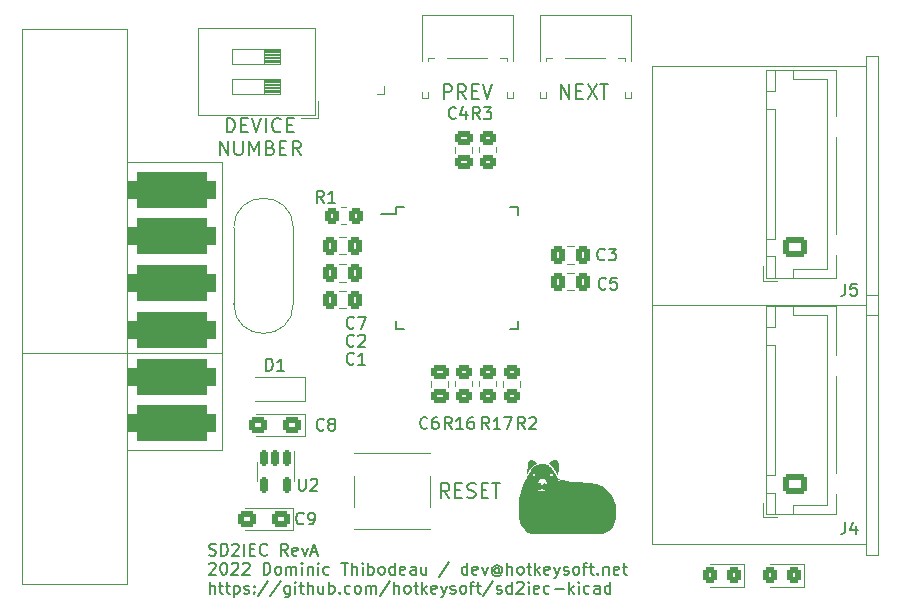
<source format=gto>
%TF.GenerationSoftware,KiCad,Pcbnew,(6.0.7)*%
%TF.CreationDate,2022-09-18T21:03:07-04:00*%
%TF.ProjectId,SD2IEC,53443249-4543-42e6-9b69-6361645f7063,A*%
%TF.SameCoordinates,Original*%
%TF.FileFunction,Legend,Top*%
%TF.FilePolarity,Positive*%
%FSLAX46Y46*%
G04 Gerber Fmt 4.6, Leading zero omitted, Abs format (unit mm)*
G04 Created by KiCad (PCBNEW (6.0.7)) date 2022-09-18 21:03:07*
%MOMM*%
%LPD*%
G01*
G04 APERTURE LIST*
G04 Aperture macros list*
%AMRoundRect*
0 Rectangle with rounded corners*
0 $1 Rounding radius*
0 $2 $3 $4 $5 $6 $7 $8 $9 X,Y pos of 4 corners*
0 Add a 4 corners polygon primitive as box body*
4,1,4,$2,$3,$4,$5,$6,$7,$8,$9,$2,$3,0*
0 Add four circle primitives for the rounded corners*
1,1,$1+$1,$2,$3*
1,1,$1+$1,$4,$5*
1,1,$1+$1,$6,$7*
1,1,$1+$1,$8,$9*
0 Add four rect primitives between the rounded corners*
20,1,$1+$1,$2,$3,$4,$5,0*
20,1,$1+$1,$4,$5,$6,$7,0*
20,1,$1+$1,$6,$7,$8,$9,0*
20,1,$1+$1,$8,$9,$2,$3,0*%
G04 Aperture macros list end*
%ADD10C,0.150000*%
%ADD11C,0.120000*%
%ADD12C,3.800000*%
%ADD13C,0.990600*%
%ADD14C,0.787400*%
%ADD15RoundRect,0.250000X0.337500X0.475000X-0.337500X0.475000X-0.337500X-0.475000X0.337500X-0.475000X0*%
%ADD16R,1.500000X0.550000*%
%ADD17R,0.550000X1.500000*%
%ADD18C,1.500000*%
%ADD19RoundRect,0.250000X-0.475000X0.337500X-0.475000X-0.337500X0.475000X-0.337500X0.475000X0.337500X0*%
%ADD20RoundRect,0.250000X0.475000X-0.337500X0.475000X0.337500X-0.475000X0.337500X-0.475000X-0.337500X0*%
%ADD21RoundRect,0.250000X-0.337500X-0.475000X0.337500X-0.475000X0.337500X0.475000X-0.337500X0.475000X0*%
%ADD22RoundRect,0.250000X0.350000X0.450000X-0.350000X0.450000X-0.350000X-0.450000X0.350000X-0.450000X0*%
%ADD23R,1.300000X1.700000*%
%ADD24RoundRect,0.150000X-0.150000X0.512500X-0.150000X-0.512500X0.150000X-0.512500X0.150000X0.512500X0*%
%ADD25RoundRect,0.250000X0.537500X0.425000X-0.537500X0.425000X-0.537500X-0.425000X0.537500X-0.425000X0*%
%ADD26R,1.600000X1.600000*%
%ADD27O,1.600000X1.600000*%
%ADD28C,2.600000*%
%ADD29RoundRect,0.250000X0.450000X-0.350000X0.450000X0.350000X-0.450000X0.350000X-0.450000X-0.350000X0*%
%ADD30C,2.100000*%
%ADD31C,1.750000*%
%ADD32R,1.550000X1.300000*%
%ADD33RoundRect,0.250000X0.325000X0.450000X-0.325000X0.450000X-0.325000X-0.450000X0.325000X-0.450000X0*%
%ADD34RoundRect,0.750000X-3.000000X0.750000X-3.000000X-0.750000X3.000000X-0.750000X3.000000X0.750000X0*%
%ADD35RoundRect,0.250000X0.725000X-0.600000X0.725000X0.600000X-0.725000X0.600000X-0.725000X-0.600000X0*%
%ADD36O,1.950000X1.700000*%
G04 APERTURE END LIST*
D10*
X91219976Y-124698761D02*
X91362833Y-124746380D01*
X91600928Y-124746380D01*
X91696166Y-124698761D01*
X91743785Y-124651142D01*
X91791404Y-124555904D01*
X91791404Y-124460666D01*
X91743785Y-124365428D01*
X91696166Y-124317809D01*
X91600928Y-124270190D01*
X91410452Y-124222571D01*
X91315214Y-124174952D01*
X91267595Y-124127333D01*
X91219976Y-124032095D01*
X91219976Y-123936857D01*
X91267595Y-123841619D01*
X91315214Y-123794000D01*
X91410452Y-123746380D01*
X91648547Y-123746380D01*
X91791404Y-123794000D01*
X92219976Y-124746380D02*
X92219976Y-123746380D01*
X92458071Y-123746380D01*
X92600928Y-123794000D01*
X92696166Y-123889238D01*
X92743785Y-123984476D01*
X92791404Y-124174952D01*
X92791404Y-124317809D01*
X92743785Y-124508285D01*
X92696166Y-124603523D01*
X92600928Y-124698761D01*
X92458071Y-124746380D01*
X92219976Y-124746380D01*
X93172357Y-123841619D02*
X93219976Y-123794000D01*
X93315214Y-123746380D01*
X93553309Y-123746380D01*
X93648547Y-123794000D01*
X93696166Y-123841619D01*
X93743785Y-123936857D01*
X93743785Y-124032095D01*
X93696166Y-124174952D01*
X93124738Y-124746380D01*
X93743785Y-124746380D01*
X94172357Y-124746380D02*
X94172357Y-123746380D01*
X94648547Y-124222571D02*
X94981880Y-124222571D01*
X95124738Y-124746380D02*
X94648547Y-124746380D01*
X94648547Y-123746380D01*
X95124738Y-123746380D01*
X96124738Y-124651142D02*
X96077119Y-124698761D01*
X95934261Y-124746380D01*
X95839023Y-124746380D01*
X95696166Y-124698761D01*
X95600928Y-124603523D01*
X95553309Y-124508285D01*
X95505690Y-124317809D01*
X95505690Y-124174952D01*
X95553309Y-123984476D01*
X95600928Y-123889238D01*
X95696166Y-123794000D01*
X95839023Y-123746380D01*
X95934261Y-123746380D01*
X96077119Y-123794000D01*
X96124738Y-123841619D01*
X97886642Y-124746380D02*
X97553309Y-124270190D01*
X97315214Y-124746380D02*
X97315214Y-123746380D01*
X97696166Y-123746380D01*
X97791404Y-123794000D01*
X97839023Y-123841619D01*
X97886642Y-123936857D01*
X97886642Y-124079714D01*
X97839023Y-124174952D01*
X97791404Y-124222571D01*
X97696166Y-124270190D01*
X97315214Y-124270190D01*
X98696166Y-124698761D02*
X98600928Y-124746380D01*
X98410452Y-124746380D01*
X98315214Y-124698761D01*
X98267595Y-124603523D01*
X98267595Y-124222571D01*
X98315214Y-124127333D01*
X98410452Y-124079714D01*
X98600928Y-124079714D01*
X98696166Y-124127333D01*
X98743785Y-124222571D01*
X98743785Y-124317809D01*
X98267595Y-124413047D01*
X99077119Y-124079714D02*
X99315214Y-124746380D01*
X99553309Y-124079714D01*
X99886642Y-124460666D02*
X100362833Y-124460666D01*
X99791404Y-124746380D02*
X100124738Y-123746380D01*
X100458071Y-124746380D01*
X91219976Y-125451619D02*
X91267595Y-125404000D01*
X91362833Y-125356380D01*
X91600928Y-125356380D01*
X91696166Y-125404000D01*
X91743785Y-125451619D01*
X91791404Y-125546857D01*
X91791404Y-125642095D01*
X91743785Y-125784952D01*
X91172357Y-126356380D01*
X91791404Y-126356380D01*
X92410452Y-125356380D02*
X92505690Y-125356380D01*
X92600928Y-125404000D01*
X92648547Y-125451619D01*
X92696166Y-125546857D01*
X92743785Y-125737333D01*
X92743785Y-125975428D01*
X92696166Y-126165904D01*
X92648547Y-126261142D01*
X92600928Y-126308761D01*
X92505690Y-126356380D01*
X92410452Y-126356380D01*
X92315214Y-126308761D01*
X92267595Y-126261142D01*
X92219976Y-126165904D01*
X92172357Y-125975428D01*
X92172357Y-125737333D01*
X92219976Y-125546857D01*
X92267595Y-125451619D01*
X92315214Y-125404000D01*
X92410452Y-125356380D01*
X93124738Y-125451619D02*
X93172357Y-125404000D01*
X93267595Y-125356380D01*
X93505690Y-125356380D01*
X93600928Y-125404000D01*
X93648547Y-125451619D01*
X93696166Y-125546857D01*
X93696166Y-125642095D01*
X93648547Y-125784952D01*
X93077119Y-126356380D01*
X93696166Y-126356380D01*
X94077119Y-125451619D02*
X94124738Y-125404000D01*
X94219976Y-125356380D01*
X94458071Y-125356380D01*
X94553309Y-125404000D01*
X94600928Y-125451619D01*
X94648547Y-125546857D01*
X94648547Y-125642095D01*
X94600928Y-125784952D01*
X94029500Y-126356380D01*
X94648547Y-126356380D01*
X95839023Y-126356380D02*
X95839023Y-125356380D01*
X96077119Y-125356380D01*
X96219976Y-125404000D01*
X96315214Y-125499238D01*
X96362833Y-125594476D01*
X96410452Y-125784952D01*
X96410452Y-125927809D01*
X96362833Y-126118285D01*
X96315214Y-126213523D01*
X96219976Y-126308761D01*
X96077119Y-126356380D01*
X95839023Y-126356380D01*
X96981880Y-126356380D02*
X96886642Y-126308761D01*
X96839023Y-126261142D01*
X96791404Y-126165904D01*
X96791404Y-125880190D01*
X96839023Y-125784952D01*
X96886642Y-125737333D01*
X96981880Y-125689714D01*
X97124738Y-125689714D01*
X97219976Y-125737333D01*
X97267595Y-125784952D01*
X97315214Y-125880190D01*
X97315214Y-126165904D01*
X97267595Y-126261142D01*
X97219976Y-126308761D01*
X97124738Y-126356380D01*
X96981880Y-126356380D01*
X97743785Y-126356380D02*
X97743785Y-125689714D01*
X97743785Y-125784952D02*
X97791404Y-125737333D01*
X97886642Y-125689714D01*
X98029500Y-125689714D01*
X98124738Y-125737333D01*
X98172357Y-125832571D01*
X98172357Y-126356380D01*
X98172357Y-125832571D02*
X98219976Y-125737333D01*
X98315214Y-125689714D01*
X98458071Y-125689714D01*
X98553309Y-125737333D01*
X98600928Y-125832571D01*
X98600928Y-126356380D01*
X99077119Y-126356380D02*
X99077119Y-125689714D01*
X99077119Y-125356380D02*
X99029500Y-125404000D01*
X99077119Y-125451619D01*
X99124738Y-125404000D01*
X99077119Y-125356380D01*
X99077119Y-125451619D01*
X99553309Y-125689714D02*
X99553309Y-126356380D01*
X99553309Y-125784952D02*
X99600928Y-125737333D01*
X99696166Y-125689714D01*
X99839023Y-125689714D01*
X99934261Y-125737333D01*
X99981880Y-125832571D01*
X99981880Y-126356380D01*
X100458071Y-126356380D02*
X100458071Y-125689714D01*
X100458071Y-125356380D02*
X100410452Y-125404000D01*
X100458071Y-125451619D01*
X100505690Y-125404000D01*
X100458071Y-125356380D01*
X100458071Y-125451619D01*
X101362833Y-126308761D02*
X101267595Y-126356380D01*
X101077119Y-126356380D01*
X100981880Y-126308761D01*
X100934261Y-126261142D01*
X100886642Y-126165904D01*
X100886642Y-125880190D01*
X100934261Y-125784952D01*
X100981880Y-125737333D01*
X101077119Y-125689714D01*
X101267595Y-125689714D01*
X101362833Y-125737333D01*
X102410452Y-125356380D02*
X102981880Y-125356380D01*
X102696166Y-126356380D02*
X102696166Y-125356380D01*
X103315214Y-126356380D02*
X103315214Y-125356380D01*
X103743785Y-126356380D02*
X103743785Y-125832571D01*
X103696166Y-125737333D01*
X103600928Y-125689714D01*
X103458071Y-125689714D01*
X103362833Y-125737333D01*
X103315214Y-125784952D01*
X104219976Y-126356380D02*
X104219976Y-125689714D01*
X104219976Y-125356380D02*
X104172357Y-125404000D01*
X104219976Y-125451619D01*
X104267595Y-125404000D01*
X104219976Y-125356380D01*
X104219976Y-125451619D01*
X104696166Y-126356380D02*
X104696166Y-125356380D01*
X104696166Y-125737333D02*
X104791404Y-125689714D01*
X104981880Y-125689714D01*
X105077119Y-125737333D01*
X105124738Y-125784952D01*
X105172357Y-125880190D01*
X105172357Y-126165904D01*
X105124738Y-126261142D01*
X105077119Y-126308761D01*
X104981880Y-126356380D01*
X104791404Y-126356380D01*
X104696166Y-126308761D01*
X105743785Y-126356380D02*
X105648547Y-126308761D01*
X105600928Y-126261142D01*
X105553309Y-126165904D01*
X105553309Y-125880190D01*
X105600928Y-125784952D01*
X105648547Y-125737333D01*
X105743785Y-125689714D01*
X105886642Y-125689714D01*
X105981880Y-125737333D01*
X106029500Y-125784952D01*
X106077119Y-125880190D01*
X106077119Y-126165904D01*
X106029500Y-126261142D01*
X105981880Y-126308761D01*
X105886642Y-126356380D01*
X105743785Y-126356380D01*
X106934261Y-126356380D02*
X106934261Y-125356380D01*
X106934261Y-126308761D02*
X106839023Y-126356380D01*
X106648547Y-126356380D01*
X106553309Y-126308761D01*
X106505690Y-126261142D01*
X106458071Y-126165904D01*
X106458071Y-125880190D01*
X106505690Y-125784952D01*
X106553309Y-125737333D01*
X106648547Y-125689714D01*
X106839023Y-125689714D01*
X106934261Y-125737333D01*
X107791404Y-126308761D02*
X107696166Y-126356380D01*
X107505690Y-126356380D01*
X107410452Y-126308761D01*
X107362833Y-126213523D01*
X107362833Y-125832571D01*
X107410452Y-125737333D01*
X107505690Y-125689714D01*
X107696166Y-125689714D01*
X107791404Y-125737333D01*
X107839023Y-125832571D01*
X107839023Y-125927809D01*
X107362833Y-126023047D01*
X108696166Y-126356380D02*
X108696166Y-125832571D01*
X108648547Y-125737333D01*
X108553309Y-125689714D01*
X108362833Y-125689714D01*
X108267595Y-125737333D01*
X108696166Y-126308761D02*
X108600928Y-126356380D01*
X108362833Y-126356380D01*
X108267595Y-126308761D01*
X108219976Y-126213523D01*
X108219976Y-126118285D01*
X108267595Y-126023047D01*
X108362833Y-125975428D01*
X108600928Y-125975428D01*
X108696166Y-125927809D01*
X109600928Y-125689714D02*
X109600928Y-126356380D01*
X109172357Y-125689714D02*
X109172357Y-126213523D01*
X109219976Y-126308761D01*
X109315214Y-126356380D01*
X109458071Y-126356380D01*
X109553309Y-126308761D01*
X109600928Y-126261142D01*
X111553309Y-125308761D02*
X110696166Y-126594476D01*
X113077119Y-126356380D02*
X113077119Y-125356380D01*
X113077119Y-126308761D02*
X112981880Y-126356380D01*
X112791404Y-126356380D01*
X112696166Y-126308761D01*
X112648547Y-126261142D01*
X112600928Y-126165904D01*
X112600928Y-125880190D01*
X112648547Y-125784952D01*
X112696166Y-125737333D01*
X112791404Y-125689714D01*
X112981880Y-125689714D01*
X113077119Y-125737333D01*
X113934261Y-126308761D02*
X113839023Y-126356380D01*
X113648547Y-126356380D01*
X113553309Y-126308761D01*
X113505690Y-126213523D01*
X113505690Y-125832571D01*
X113553309Y-125737333D01*
X113648547Y-125689714D01*
X113839023Y-125689714D01*
X113934261Y-125737333D01*
X113981880Y-125832571D01*
X113981880Y-125927809D01*
X113505690Y-126023047D01*
X114315214Y-125689714D02*
X114553309Y-126356380D01*
X114791404Y-125689714D01*
X115791404Y-125880190D02*
X115743785Y-125832571D01*
X115648547Y-125784952D01*
X115553309Y-125784952D01*
X115458071Y-125832571D01*
X115410452Y-125880190D01*
X115362833Y-125975428D01*
X115362833Y-126070666D01*
X115410452Y-126165904D01*
X115458071Y-126213523D01*
X115553309Y-126261142D01*
X115648547Y-126261142D01*
X115743785Y-126213523D01*
X115791404Y-126165904D01*
X115791404Y-125784952D02*
X115791404Y-126165904D01*
X115839023Y-126213523D01*
X115886642Y-126213523D01*
X115981880Y-126165904D01*
X116029500Y-126070666D01*
X116029500Y-125832571D01*
X115934261Y-125689714D01*
X115791404Y-125594476D01*
X115600928Y-125546857D01*
X115410452Y-125594476D01*
X115267595Y-125689714D01*
X115172357Y-125832571D01*
X115124738Y-126023047D01*
X115172357Y-126213523D01*
X115267595Y-126356380D01*
X115410452Y-126451619D01*
X115600928Y-126499238D01*
X115791404Y-126451619D01*
X115934261Y-126356380D01*
X116458071Y-126356380D02*
X116458071Y-125356380D01*
X116886642Y-126356380D02*
X116886642Y-125832571D01*
X116839023Y-125737333D01*
X116743785Y-125689714D01*
X116600928Y-125689714D01*
X116505690Y-125737333D01*
X116458071Y-125784952D01*
X117505690Y-126356380D02*
X117410452Y-126308761D01*
X117362833Y-126261142D01*
X117315214Y-126165904D01*
X117315214Y-125880190D01*
X117362833Y-125784952D01*
X117410452Y-125737333D01*
X117505690Y-125689714D01*
X117648547Y-125689714D01*
X117743785Y-125737333D01*
X117791404Y-125784952D01*
X117839023Y-125880190D01*
X117839023Y-126165904D01*
X117791404Y-126261142D01*
X117743785Y-126308761D01*
X117648547Y-126356380D01*
X117505690Y-126356380D01*
X118124738Y-125689714D02*
X118505690Y-125689714D01*
X118267595Y-125356380D02*
X118267595Y-126213523D01*
X118315214Y-126308761D01*
X118410452Y-126356380D01*
X118505690Y-126356380D01*
X118839023Y-126356380D02*
X118839023Y-125356380D01*
X118934261Y-125975428D02*
X119219976Y-126356380D01*
X119219976Y-125689714D02*
X118839023Y-126070666D01*
X120029499Y-126308761D02*
X119934261Y-126356380D01*
X119743785Y-126356380D01*
X119648547Y-126308761D01*
X119600928Y-126213523D01*
X119600928Y-125832571D01*
X119648547Y-125737333D01*
X119743785Y-125689714D01*
X119934261Y-125689714D01*
X120029499Y-125737333D01*
X120077119Y-125832571D01*
X120077119Y-125927809D01*
X119600928Y-126023047D01*
X120410452Y-125689714D02*
X120648547Y-126356380D01*
X120886642Y-125689714D02*
X120648547Y-126356380D01*
X120553309Y-126594476D01*
X120505690Y-126642095D01*
X120410452Y-126689714D01*
X121219976Y-126308761D02*
X121315214Y-126356380D01*
X121505690Y-126356380D01*
X121600928Y-126308761D01*
X121648547Y-126213523D01*
X121648547Y-126165904D01*
X121600928Y-126070666D01*
X121505690Y-126023047D01*
X121362833Y-126023047D01*
X121267595Y-125975428D01*
X121219976Y-125880190D01*
X121219976Y-125832571D01*
X121267595Y-125737333D01*
X121362833Y-125689714D01*
X121505690Y-125689714D01*
X121600928Y-125737333D01*
X122219976Y-126356380D02*
X122124738Y-126308761D01*
X122077119Y-126261142D01*
X122029499Y-126165904D01*
X122029499Y-125880190D01*
X122077119Y-125784952D01*
X122124738Y-125737333D01*
X122219976Y-125689714D01*
X122362833Y-125689714D01*
X122458071Y-125737333D01*
X122505690Y-125784952D01*
X122553309Y-125880190D01*
X122553309Y-126165904D01*
X122505690Y-126261142D01*
X122458071Y-126308761D01*
X122362833Y-126356380D01*
X122219976Y-126356380D01*
X122839023Y-125689714D02*
X123219976Y-125689714D01*
X122981880Y-126356380D02*
X122981880Y-125499238D01*
X123029499Y-125404000D01*
X123124738Y-125356380D01*
X123219976Y-125356380D01*
X123410452Y-125689714D02*
X123791404Y-125689714D01*
X123553309Y-125356380D02*
X123553309Y-126213523D01*
X123600928Y-126308761D01*
X123696166Y-126356380D01*
X123791404Y-126356380D01*
X124124738Y-126261142D02*
X124172357Y-126308761D01*
X124124738Y-126356380D01*
X124077119Y-126308761D01*
X124124738Y-126261142D01*
X124124738Y-126356380D01*
X124600928Y-125689714D02*
X124600928Y-126356380D01*
X124600928Y-125784952D02*
X124648547Y-125737333D01*
X124743785Y-125689714D01*
X124886642Y-125689714D01*
X124981880Y-125737333D01*
X125029499Y-125832571D01*
X125029499Y-126356380D01*
X125886642Y-126308761D02*
X125791404Y-126356380D01*
X125600928Y-126356380D01*
X125505690Y-126308761D01*
X125458071Y-126213523D01*
X125458071Y-125832571D01*
X125505690Y-125737333D01*
X125600928Y-125689714D01*
X125791404Y-125689714D01*
X125886642Y-125737333D01*
X125934261Y-125832571D01*
X125934261Y-125927809D01*
X125458071Y-126023047D01*
X126219976Y-125689714D02*
X126600928Y-125689714D01*
X126362833Y-125356380D02*
X126362833Y-126213523D01*
X126410452Y-126308761D01*
X126505690Y-126356380D01*
X126600928Y-126356380D01*
X91267595Y-127966380D02*
X91267595Y-126966380D01*
X91696166Y-127966380D02*
X91696166Y-127442571D01*
X91648547Y-127347333D01*
X91553309Y-127299714D01*
X91410452Y-127299714D01*
X91315214Y-127347333D01*
X91267595Y-127394952D01*
X92029500Y-127299714D02*
X92410452Y-127299714D01*
X92172357Y-126966380D02*
X92172357Y-127823523D01*
X92219976Y-127918761D01*
X92315214Y-127966380D01*
X92410452Y-127966380D01*
X92600928Y-127299714D02*
X92981880Y-127299714D01*
X92743785Y-126966380D02*
X92743785Y-127823523D01*
X92791404Y-127918761D01*
X92886642Y-127966380D01*
X92981880Y-127966380D01*
X93315214Y-127299714D02*
X93315214Y-128299714D01*
X93315214Y-127347333D02*
X93410452Y-127299714D01*
X93600928Y-127299714D01*
X93696166Y-127347333D01*
X93743785Y-127394952D01*
X93791404Y-127490190D01*
X93791404Y-127775904D01*
X93743785Y-127871142D01*
X93696166Y-127918761D01*
X93600928Y-127966380D01*
X93410452Y-127966380D01*
X93315214Y-127918761D01*
X94172357Y-127918761D02*
X94267595Y-127966380D01*
X94458071Y-127966380D01*
X94553309Y-127918761D01*
X94600928Y-127823523D01*
X94600928Y-127775904D01*
X94553309Y-127680666D01*
X94458071Y-127633047D01*
X94315214Y-127633047D01*
X94219976Y-127585428D01*
X94172357Y-127490190D01*
X94172357Y-127442571D01*
X94219976Y-127347333D01*
X94315214Y-127299714D01*
X94458071Y-127299714D01*
X94553309Y-127347333D01*
X95029500Y-127871142D02*
X95077119Y-127918761D01*
X95029500Y-127966380D01*
X94981880Y-127918761D01*
X95029500Y-127871142D01*
X95029500Y-127966380D01*
X95029500Y-127347333D02*
X95077119Y-127394952D01*
X95029500Y-127442571D01*
X94981880Y-127394952D01*
X95029500Y-127347333D01*
X95029500Y-127442571D01*
X96219976Y-126918761D02*
X95362833Y-128204476D01*
X97267595Y-126918761D02*
X96410452Y-128204476D01*
X98029500Y-127299714D02*
X98029500Y-128109238D01*
X97981880Y-128204476D01*
X97934261Y-128252095D01*
X97839023Y-128299714D01*
X97696166Y-128299714D01*
X97600928Y-128252095D01*
X98029500Y-127918761D02*
X97934261Y-127966380D01*
X97743785Y-127966380D01*
X97648547Y-127918761D01*
X97600928Y-127871142D01*
X97553309Y-127775904D01*
X97553309Y-127490190D01*
X97600928Y-127394952D01*
X97648547Y-127347333D01*
X97743785Y-127299714D01*
X97934261Y-127299714D01*
X98029500Y-127347333D01*
X98505690Y-127966380D02*
X98505690Y-127299714D01*
X98505690Y-126966380D02*
X98458071Y-127014000D01*
X98505690Y-127061619D01*
X98553309Y-127014000D01*
X98505690Y-126966380D01*
X98505690Y-127061619D01*
X98839023Y-127299714D02*
X99219976Y-127299714D01*
X98981880Y-126966380D02*
X98981880Y-127823523D01*
X99029500Y-127918761D01*
X99124738Y-127966380D01*
X99219976Y-127966380D01*
X99553309Y-127966380D02*
X99553309Y-126966380D01*
X99981880Y-127966380D02*
X99981880Y-127442571D01*
X99934261Y-127347333D01*
X99839023Y-127299714D01*
X99696166Y-127299714D01*
X99600928Y-127347333D01*
X99553309Y-127394952D01*
X100886642Y-127299714D02*
X100886642Y-127966380D01*
X100458071Y-127299714D02*
X100458071Y-127823523D01*
X100505690Y-127918761D01*
X100600928Y-127966380D01*
X100743785Y-127966380D01*
X100839023Y-127918761D01*
X100886642Y-127871142D01*
X101362833Y-127966380D02*
X101362833Y-126966380D01*
X101362833Y-127347333D02*
X101458071Y-127299714D01*
X101648547Y-127299714D01*
X101743785Y-127347333D01*
X101791404Y-127394952D01*
X101839023Y-127490190D01*
X101839023Y-127775904D01*
X101791404Y-127871142D01*
X101743785Y-127918761D01*
X101648547Y-127966380D01*
X101458071Y-127966380D01*
X101362833Y-127918761D01*
X102267595Y-127871142D02*
X102315214Y-127918761D01*
X102267595Y-127966380D01*
X102219976Y-127918761D01*
X102267595Y-127871142D01*
X102267595Y-127966380D01*
X103172357Y-127918761D02*
X103077119Y-127966380D01*
X102886642Y-127966380D01*
X102791404Y-127918761D01*
X102743785Y-127871142D01*
X102696166Y-127775904D01*
X102696166Y-127490190D01*
X102743785Y-127394952D01*
X102791404Y-127347333D01*
X102886642Y-127299714D01*
X103077119Y-127299714D01*
X103172357Y-127347333D01*
X103743785Y-127966380D02*
X103648547Y-127918761D01*
X103600928Y-127871142D01*
X103553309Y-127775904D01*
X103553309Y-127490190D01*
X103600928Y-127394952D01*
X103648547Y-127347333D01*
X103743785Y-127299714D01*
X103886642Y-127299714D01*
X103981880Y-127347333D01*
X104029500Y-127394952D01*
X104077119Y-127490190D01*
X104077119Y-127775904D01*
X104029500Y-127871142D01*
X103981880Y-127918761D01*
X103886642Y-127966380D01*
X103743785Y-127966380D01*
X104505690Y-127966380D02*
X104505690Y-127299714D01*
X104505690Y-127394952D02*
X104553309Y-127347333D01*
X104648547Y-127299714D01*
X104791404Y-127299714D01*
X104886642Y-127347333D01*
X104934261Y-127442571D01*
X104934261Y-127966380D01*
X104934261Y-127442571D02*
X104981880Y-127347333D01*
X105077119Y-127299714D01*
X105219976Y-127299714D01*
X105315214Y-127347333D01*
X105362833Y-127442571D01*
X105362833Y-127966380D01*
X106553309Y-126918761D02*
X105696166Y-128204476D01*
X106886642Y-127966380D02*
X106886642Y-126966380D01*
X107315214Y-127966380D02*
X107315214Y-127442571D01*
X107267595Y-127347333D01*
X107172357Y-127299714D01*
X107029500Y-127299714D01*
X106934261Y-127347333D01*
X106886642Y-127394952D01*
X107934261Y-127966380D02*
X107839023Y-127918761D01*
X107791404Y-127871142D01*
X107743785Y-127775904D01*
X107743785Y-127490190D01*
X107791404Y-127394952D01*
X107839023Y-127347333D01*
X107934261Y-127299714D01*
X108077119Y-127299714D01*
X108172357Y-127347333D01*
X108219976Y-127394952D01*
X108267595Y-127490190D01*
X108267595Y-127775904D01*
X108219976Y-127871142D01*
X108172357Y-127918761D01*
X108077119Y-127966380D01*
X107934261Y-127966380D01*
X108553309Y-127299714D02*
X108934261Y-127299714D01*
X108696166Y-126966380D02*
X108696166Y-127823523D01*
X108743785Y-127918761D01*
X108839023Y-127966380D01*
X108934261Y-127966380D01*
X109267595Y-127966380D02*
X109267595Y-126966380D01*
X109362833Y-127585428D02*
X109648547Y-127966380D01*
X109648547Y-127299714D02*
X109267595Y-127680666D01*
X110458071Y-127918761D02*
X110362833Y-127966380D01*
X110172357Y-127966380D01*
X110077119Y-127918761D01*
X110029500Y-127823523D01*
X110029500Y-127442571D01*
X110077119Y-127347333D01*
X110172357Y-127299714D01*
X110362833Y-127299714D01*
X110458071Y-127347333D01*
X110505690Y-127442571D01*
X110505690Y-127537809D01*
X110029500Y-127633047D01*
X110839023Y-127299714D02*
X111077119Y-127966380D01*
X111315214Y-127299714D02*
X111077119Y-127966380D01*
X110981880Y-128204476D01*
X110934261Y-128252095D01*
X110839023Y-128299714D01*
X111648547Y-127918761D02*
X111743785Y-127966380D01*
X111934261Y-127966380D01*
X112029500Y-127918761D01*
X112077119Y-127823523D01*
X112077119Y-127775904D01*
X112029500Y-127680666D01*
X111934261Y-127633047D01*
X111791404Y-127633047D01*
X111696166Y-127585428D01*
X111648547Y-127490190D01*
X111648547Y-127442571D01*
X111696166Y-127347333D01*
X111791404Y-127299714D01*
X111934261Y-127299714D01*
X112029500Y-127347333D01*
X112648547Y-127966380D02*
X112553309Y-127918761D01*
X112505690Y-127871142D01*
X112458071Y-127775904D01*
X112458071Y-127490190D01*
X112505690Y-127394952D01*
X112553309Y-127347333D01*
X112648547Y-127299714D01*
X112791404Y-127299714D01*
X112886642Y-127347333D01*
X112934261Y-127394952D01*
X112981880Y-127490190D01*
X112981880Y-127775904D01*
X112934261Y-127871142D01*
X112886642Y-127918761D01*
X112791404Y-127966380D01*
X112648547Y-127966380D01*
X113267595Y-127299714D02*
X113648547Y-127299714D01*
X113410452Y-127966380D02*
X113410452Y-127109238D01*
X113458071Y-127014000D01*
X113553309Y-126966380D01*
X113648547Y-126966380D01*
X113839023Y-127299714D02*
X114219976Y-127299714D01*
X113981880Y-126966380D02*
X113981880Y-127823523D01*
X114029500Y-127918761D01*
X114124738Y-127966380D01*
X114219976Y-127966380D01*
X115267595Y-126918761D02*
X114410452Y-128204476D01*
X115553309Y-127918761D02*
X115648547Y-127966380D01*
X115839023Y-127966380D01*
X115934261Y-127918761D01*
X115981880Y-127823523D01*
X115981880Y-127775904D01*
X115934261Y-127680666D01*
X115839023Y-127633047D01*
X115696166Y-127633047D01*
X115600928Y-127585428D01*
X115553309Y-127490190D01*
X115553309Y-127442571D01*
X115600928Y-127347333D01*
X115696166Y-127299714D01*
X115839023Y-127299714D01*
X115934261Y-127347333D01*
X116839023Y-127966380D02*
X116839023Y-126966380D01*
X116839023Y-127918761D02*
X116743785Y-127966380D01*
X116553309Y-127966380D01*
X116458071Y-127918761D01*
X116410452Y-127871142D01*
X116362833Y-127775904D01*
X116362833Y-127490190D01*
X116410452Y-127394952D01*
X116458071Y-127347333D01*
X116553309Y-127299714D01*
X116743785Y-127299714D01*
X116839023Y-127347333D01*
X117267595Y-127061619D02*
X117315214Y-127014000D01*
X117410452Y-126966380D01*
X117648547Y-126966380D01*
X117743785Y-127014000D01*
X117791404Y-127061619D01*
X117839023Y-127156857D01*
X117839023Y-127252095D01*
X117791404Y-127394952D01*
X117219976Y-127966380D01*
X117839023Y-127966380D01*
X118267595Y-127966380D02*
X118267595Y-127299714D01*
X118267595Y-126966380D02*
X118219976Y-127014000D01*
X118267595Y-127061619D01*
X118315214Y-127014000D01*
X118267595Y-126966380D01*
X118267595Y-127061619D01*
X119124738Y-127918761D02*
X119029500Y-127966380D01*
X118839023Y-127966380D01*
X118743785Y-127918761D01*
X118696166Y-127823523D01*
X118696166Y-127442571D01*
X118743785Y-127347333D01*
X118839023Y-127299714D01*
X119029500Y-127299714D01*
X119124738Y-127347333D01*
X119172357Y-127442571D01*
X119172357Y-127537809D01*
X118696166Y-127633047D01*
X120029500Y-127918761D02*
X119934261Y-127966380D01*
X119743785Y-127966380D01*
X119648547Y-127918761D01*
X119600928Y-127871142D01*
X119553309Y-127775904D01*
X119553309Y-127490190D01*
X119600928Y-127394952D01*
X119648547Y-127347333D01*
X119743785Y-127299714D01*
X119934261Y-127299714D01*
X120029500Y-127347333D01*
X120458071Y-127585428D02*
X121219976Y-127585428D01*
X121696166Y-127966380D02*
X121696166Y-126966380D01*
X121791404Y-127585428D02*
X122077119Y-127966380D01*
X122077119Y-127299714D02*
X121696166Y-127680666D01*
X122505690Y-127966380D02*
X122505690Y-127299714D01*
X122505690Y-126966380D02*
X122458071Y-127014000D01*
X122505690Y-127061619D01*
X122553309Y-127014000D01*
X122505690Y-126966380D01*
X122505690Y-127061619D01*
X123410452Y-127918761D02*
X123315214Y-127966380D01*
X123124738Y-127966380D01*
X123029500Y-127918761D01*
X122981880Y-127871142D01*
X122934261Y-127775904D01*
X122934261Y-127490190D01*
X122981880Y-127394952D01*
X123029500Y-127347333D01*
X123124738Y-127299714D01*
X123315214Y-127299714D01*
X123410452Y-127347333D01*
X124267595Y-127966380D02*
X124267595Y-127442571D01*
X124219976Y-127347333D01*
X124124738Y-127299714D01*
X123934261Y-127299714D01*
X123839023Y-127347333D01*
X124267595Y-127918761D02*
X124172357Y-127966380D01*
X123934261Y-127966380D01*
X123839023Y-127918761D01*
X123791404Y-127823523D01*
X123791404Y-127728285D01*
X123839023Y-127633047D01*
X123934261Y-127585428D01*
X124172357Y-127585428D01*
X124267595Y-127537809D01*
X125172357Y-127966380D02*
X125172357Y-126966380D01*
X125172357Y-127918761D02*
X125077119Y-127966380D01*
X124886642Y-127966380D01*
X124791404Y-127918761D01*
X124743785Y-127871142D01*
X124696166Y-127775904D01*
X124696166Y-127490190D01*
X124743785Y-127394952D01*
X124791404Y-127347333D01*
X124886642Y-127299714D01*
X125077119Y-127299714D01*
X125172357Y-127347333D01*
X121021714Y-86060857D02*
X121021714Y-84860857D01*
X121707428Y-86060857D01*
X121707428Y-84860857D01*
X122278857Y-85432285D02*
X122678857Y-85432285D01*
X122850285Y-86060857D02*
X122278857Y-86060857D01*
X122278857Y-84860857D01*
X122850285Y-84860857D01*
X123250285Y-84860857D02*
X124050285Y-86060857D01*
X124050285Y-84860857D02*
X123250285Y-86060857D01*
X124336000Y-84860857D02*
X125021714Y-84860857D01*
X124678857Y-86060857D02*
X124678857Y-84860857D01*
X111058571Y-86060857D02*
X111058571Y-84860857D01*
X111515714Y-84860857D01*
X111630000Y-84918000D01*
X111687142Y-84975142D01*
X111744285Y-85089428D01*
X111744285Y-85260857D01*
X111687142Y-85375142D01*
X111630000Y-85432285D01*
X111515714Y-85489428D01*
X111058571Y-85489428D01*
X112944285Y-86060857D02*
X112544285Y-85489428D01*
X112258571Y-86060857D02*
X112258571Y-84860857D01*
X112715714Y-84860857D01*
X112830000Y-84918000D01*
X112887142Y-84975142D01*
X112944285Y-85089428D01*
X112944285Y-85260857D01*
X112887142Y-85375142D01*
X112830000Y-85432285D01*
X112715714Y-85489428D01*
X112258571Y-85489428D01*
X113458571Y-85432285D02*
X113858571Y-85432285D01*
X114030000Y-86060857D02*
X113458571Y-86060857D01*
X113458571Y-84860857D01*
X114030000Y-84860857D01*
X114372857Y-84860857D02*
X114772857Y-86060857D01*
X115172857Y-84860857D01*
X92704000Y-88904857D02*
X92704000Y-87704857D01*
X92989714Y-87704857D01*
X93161142Y-87762000D01*
X93275428Y-87876285D01*
X93332571Y-87990571D01*
X93389714Y-88219142D01*
X93389714Y-88390571D01*
X93332571Y-88619142D01*
X93275428Y-88733428D01*
X93161142Y-88847714D01*
X92989714Y-88904857D01*
X92704000Y-88904857D01*
X93904000Y-88276285D02*
X94304000Y-88276285D01*
X94475428Y-88904857D02*
X93904000Y-88904857D01*
X93904000Y-87704857D01*
X94475428Y-87704857D01*
X94818285Y-87704857D02*
X95218285Y-88904857D01*
X95618285Y-87704857D01*
X96018285Y-88904857D02*
X96018285Y-87704857D01*
X97275428Y-88790571D02*
X97218285Y-88847714D01*
X97046857Y-88904857D01*
X96932571Y-88904857D01*
X96761142Y-88847714D01*
X96646857Y-88733428D01*
X96589714Y-88619142D01*
X96532571Y-88390571D01*
X96532571Y-88219142D01*
X96589714Y-87990571D01*
X96646857Y-87876285D01*
X96761142Y-87762000D01*
X96932571Y-87704857D01*
X97046857Y-87704857D01*
X97218285Y-87762000D01*
X97275428Y-87819142D01*
X97789714Y-88276285D02*
X98189714Y-88276285D01*
X98361142Y-88904857D02*
X97789714Y-88904857D01*
X97789714Y-87704857D01*
X98361142Y-87704857D01*
X92104000Y-90836857D02*
X92104000Y-89636857D01*
X92789714Y-90836857D01*
X92789714Y-89636857D01*
X93361142Y-89636857D02*
X93361142Y-90608285D01*
X93418285Y-90722571D01*
X93475428Y-90779714D01*
X93589714Y-90836857D01*
X93818285Y-90836857D01*
X93932571Y-90779714D01*
X93989714Y-90722571D01*
X94046857Y-90608285D01*
X94046857Y-89636857D01*
X94618285Y-90836857D02*
X94618285Y-89636857D01*
X95018285Y-90494000D01*
X95418285Y-89636857D01*
X95418285Y-90836857D01*
X96389714Y-90208285D02*
X96561142Y-90265428D01*
X96618285Y-90322571D01*
X96675428Y-90436857D01*
X96675428Y-90608285D01*
X96618285Y-90722571D01*
X96561142Y-90779714D01*
X96446857Y-90836857D01*
X95989714Y-90836857D01*
X95989714Y-89636857D01*
X96389714Y-89636857D01*
X96504000Y-89694000D01*
X96561142Y-89751142D01*
X96618285Y-89865428D01*
X96618285Y-89979714D01*
X96561142Y-90094000D01*
X96504000Y-90151142D01*
X96389714Y-90208285D01*
X95989714Y-90208285D01*
X97189714Y-90208285D02*
X97589714Y-90208285D01*
X97761142Y-90836857D02*
X97189714Y-90836857D01*
X97189714Y-89636857D01*
X97761142Y-89636857D01*
X98961142Y-90836857D02*
X98561142Y-90265428D01*
X98275428Y-90836857D02*
X98275428Y-89636857D01*
X98732571Y-89636857D01*
X98846857Y-89694000D01*
X98904000Y-89751142D01*
X98961142Y-89865428D01*
X98961142Y-90036857D01*
X98904000Y-90151142D01*
X98846857Y-90208285D01*
X98732571Y-90265428D01*
X98275428Y-90265428D01*
X111541142Y-119842857D02*
X111141142Y-119271428D01*
X110855428Y-119842857D02*
X110855428Y-118642857D01*
X111312571Y-118642857D01*
X111426857Y-118700000D01*
X111484000Y-118757142D01*
X111541142Y-118871428D01*
X111541142Y-119042857D01*
X111484000Y-119157142D01*
X111426857Y-119214285D01*
X111312571Y-119271428D01*
X110855428Y-119271428D01*
X112055428Y-119214285D02*
X112455428Y-119214285D01*
X112626857Y-119842857D02*
X112055428Y-119842857D01*
X112055428Y-118642857D01*
X112626857Y-118642857D01*
X113084000Y-119785714D02*
X113255428Y-119842857D01*
X113541142Y-119842857D01*
X113655428Y-119785714D01*
X113712571Y-119728571D01*
X113769714Y-119614285D01*
X113769714Y-119500000D01*
X113712571Y-119385714D01*
X113655428Y-119328571D01*
X113541142Y-119271428D01*
X113312571Y-119214285D01*
X113198285Y-119157142D01*
X113141142Y-119100000D01*
X113084000Y-118985714D01*
X113084000Y-118871428D01*
X113141142Y-118757142D01*
X113198285Y-118700000D01*
X113312571Y-118642857D01*
X113598285Y-118642857D01*
X113769714Y-118700000D01*
X114284000Y-119214285D02*
X114684000Y-119214285D01*
X114855428Y-119842857D02*
X114284000Y-119842857D01*
X114284000Y-118642857D01*
X114855428Y-118642857D01*
X115198285Y-118642857D02*
X115884000Y-118642857D01*
X115541142Y-119842857D02*
X115541142Y-118642857D01*
X103465333Y-108481142D02*
X103417714Y-108528761D01*
X103274857Y-108576380D01*
X103179619Y-108576380D01*
X103036761Y-108528761D01*
X102941523Y-108433523D01*
X102893904Y-108338285D01*
X102846285Y-108147809D01*
X102846285Y-108004952D01*
X102893904Y-107814476D01*
X102941523Y-107719238D01*
X103036761Y-107624000D01*
X103179619Y-107576380D01*
X103274857Y-107576380D01*
X103417714Y-107624000D01*
X103465333Y-107671619D01*
X104417714Y-108576380D02*
X103846285Y-108576380D01*
X104132000Y-108576380D02*
X104132000Y-107576380D01*
X104036761Y-107719238D01*
X103941523Y-107814476D01*
X103846285Y-107862095D01*
X103465333Y-106957142D02*
X103417714Y-107004761D01*
X103274857Y-107052380D01*
X103179619Y-107052380D01*
X103036761Y-107004761D01*
X102941523Y-106909523D01*
X102893904Y-106814285D01*
X102846285Y-106623809D01*
X102846285Y-106480952D01*
X102893904Y-106290476D01*
X102941523Y-106195238D01*
X103036761Y-106100000D01*
X103179619Y-106052380D01*
X103274857Y-106052380D01*
X103417714Y-106100000D01*
X103465333Y-106147619D01*
X103846285Y-106147619D02*
X103893904Y-106100000D01*
X103989142Y-106052380D01*
X104227238Y-106052380D01*
X104322476Y-106100000D01*
X104370095Y-106147619D01*
X104417714Y-106242857D01*
X104417714Y-106338095D01*
X104370095Y-106480952D01*
X103798666Y-107052380D01*
X104417714Y-107052380D01*
X124697333Y-99665142D02*
X124649714Y-99712761D01*
X124506857Y-99760380D01*
X124411619Y-99760380D01*
X124268761Y-99712761D01*
X124173523Y-99617523D01*
X124125904Y-99522285D01*
X124078285Y-99331809D01*
X124078285Y-99188952D01*
X124125904Y-98998476D01*
X124173523Y-98903238D01*
X124268761Y-98808000D01*
X124411619Y-98760380D01*
X124506857Y-98760380D01*
X124649714Y-98808000D01*
X124697333Y-98855619D01*
X125030666Y-98760380D02*
X125649714Y-98760380D01*
X125316380Y-99141333D01*
X125459238Y-99141333D01*
X125554476Y-99188952D01*
X125602095Y-99236571D01*
X125649714Y-99331809D01*
X125649714Y-99569904D01*
X125602095Y-99665142D01*
X125554476Y-99712761D01*
X125459238Y-99760380D01*
X125173523Y-99760380D01*
X125078285Y-99712761D01*
X125030666Y-99665142D01*
X112101333Y-87679642D02*
X112053714Y-87727261D01*
X111910857Y-87774880D01*
X111815619Y-87774880D01*
X111672761Y-87727261D01*
X111577523Y-87632023D01*
X111529904Y-87536785D01*
X111482285Y-87346309D01*
X111482285Y-87203452D01*
X111529904Y-87012976D01*
X111577523Y-86917738D01*
X111672761Y-86822500D01*
X111815619Y-86774880D01*
X111910857Y-86774880D01*
X112053714Y-86822500D01*
X112101333Y-86870119D01*
X112958476Y-87108214D02*
X112958476Y-87774880D01*
X112720380Y-86727261D02*
X112482285Y-87441547D01*
X113101333Y-87441547D01*
X124801333Y-102131142D02*
X124753714Y-102178761D01*
X124610857Y-102226380D01*
X124515619Y-102226380D01*
X124372761Y-102178761D01*
X124277523Y-102083523D01*
X124229904Y-101988285D01*
X124182285Y-101797809D01*
X124182285Y-101654952D01*
X124229904Y-101464476D01*
X124277523Y-101369238D01*
X124372761Y-101274000D01*
X124515619Y-101226380D01*
X124610857Y-101226380D01*
X124753714Y-101274000D01*
X124801333Y-101321619D01*
X125706095Y-101226380D02*
X125229904Y-101226380D01*
X125182285Y-101702571D01*
X125229904Y-101654952D01*
X125325142Y-101607333D01*
X125563238Y-101607333D01*
X125658476Y-101654952D01*
X125706095Y-101702571D01*
X125753714Y-101797809D01*
X125753714Y-102035904D01*
X125706095Y-102131142D01*
X125658476Y-102178761D01*
X125563238Y-102226380D01*
X125325142Y-102226380D01*
X125229904Y-102178761D01*
X125182285Y-102131142D01*
X109688333Y-113942142D02*
X109640714Y-113989761D01*
X109497857Y-114037380D01*
X109402619Y-114037380D01*
X109259761Y-113989761D01*
X109164523Y-113894523D01*
X109116904Y-113799285D01*
X109069285Y-113608809D01*
X109069285Y-113465952D01*
X109116904Y-113275476D01*
X109164523Y-113180238D01*
X109259761Y-113085000D01*
X109402619Y-113037380D01*
X109497857Y-113037380D01*
X109640714Y-113085000D01*
X109688333Y-113132619D01*
X110545476Y-113037380D02*
X110355000Y-113037380D01*
X110259761Y-113085000D01*
X110212142Y-113132619D01*
X110116904Y-113275476D01*
X110069285Y-113465952D01*
X110069285Y-113846904D01*
X110116904Y-113942142D01*
X110164523Y-113989761D01*
X110259761Y-114037380D01*
X110450238Y-114037380D01*
X110545476Y-113989761D01*
X110593095Y-113942142D01*
X110640714Y-113846904D01*
X110640714Y-113608809D01*
X110593095Y-113513571D01*
X110545476Y-113465952D01*
X110450238Y-113418333D01*
X110259761Y-113418333D01*
X110164523Y-113465952D01*
X110116904Y-113513571D01*
X110069285Y-113608809D01*
X103465333Y-105433142D02*
X103417714Y-105480761D01*
X103274857Y-105528380D01*
X103179619Y-105528380D01*
X103036761Y-105480761D01*
X102941523Y-105385523D01*
X102893904Y-105290285D01*
X102846285Y-105099809D01*
X102846285Y-104956952D01*
X102893904Y-104766476D01*
X102941523Y-104671238D01*
X103036761Y-104576000D01*
X103179619Y-104528380D01*
X103274857Y-104528380D01*
X103417714Y-104576000D01*
X103465333Y-104623619D01*
X103798666Y-104528380D02*
X104465333Y-104528380D01*
X104036761Y-105528380D01*
X100925333Y-94860380D02*
X100592000Y-94384190D01*
X100353904Y-94860380D02*
X100353904Y-93860380D01*
X100734857Y-93860380D01*
X100830095Y-93908000D01*
X100877714Y-93955619D01*
X100925333Y-94050857D01*
X100925333Y-94193714D01*
X100877714Y-94288952D01*
X100830095Y-94336571D01*
X100734857Y-94384190D01*
X100353904Y-94384190D01*
X101877714Y-94860380D02*
X101306285Y-94860380D01*
X101592000Y-94860380D02*
X101592000Y-93860380D01*
X101496761Y-94003238D01*
X101401523Y-94098476D01*
X101306285Y-94146095D01*
X96035904Y-109084380D02*
X96035904Y-108084380D01*
X96274000Y-108084380D01*
X96416857Y-108132000D01*
X96512095Y-108227238D01*
X96559714Y-108322476D01*
X96607333Y-108512952D01*
X96607333Y-108655809D01*
X96559714Y-108846285D01*
X96512095Y-108941523D01*
X96416857Y-109036761D01*
X96274000Y-109084380D01*
X96035904Y-109084380D01*
X97559714Y-109084380D02*
X96988285Y-109084380D01*
X97274000Y-109084380D02*
X97274000Y-108084380D01*
X97178761Y-108227238D01*
X97083523Y-108322476D01*
X96988285Y-108370095D01*
X98806095Y-118244380D02*
X98806095Y-119053904D01*
X98853714Y-119149142D01*
X98901333Y-119196761D01*
X98996571Y-119244380D01*
X99187047Y-119244380D01*
X99282285Y-119196761D01*
X99329904Y-119149142D01*
X99377523Y-119053904D01*
X99377523Y-118244380D01*
X99806095Y-118339619D02*
X99853714Y-118292000D01*
X99948952Y-118244380D01*
X100187047Y-118244380D01*
X100282285Y-118292000D01*
X100329904Y-118339619D01*
X100377523Y-118434857D01*
X100377523Y-118530095D01*
X100329904Y-118672952D01*
X99758476Y-119244380D01*
X100377523Y-119244380D01*
X100925333Y-114069142D02*
X100877714Y-114116761D01*
X100734857Y-114164380D01*
X100639619Y-114164380D01*
X100496761Y-114116761D01*
X100401523Y-114021523D01*
X100353904Y-113926285D01*
X100306285Y-113735809D01*
X100306285Y-113592952D01*
X100353904Y-113402476D01*
X100401523Y-113307238D01*
X100496761Y-113212000D01*
X100639619Y-113164380D01*
X100734857Y-113164380D01*
X100877714Y-113212000D01*
X100925333Y-113259619D01*
X101496761Y-113592952D02*
X101401523Y-113545333D01*
X101353904Y-113497714D01*
X101306285Y-113402476D01*
X101306285Y-113354857D01*
X101353904Y-113259619D01*
X101401523Y-113212000D01*
X101496761Y-113164380D01*
X101687238Y-113164380D01*
X101782476Y-113212000D01*
X101830095Y-113259619D01*
X101877714Y-113354857D01*
X101877714Y-113402476D01*
X101830095Y-113497714D01*
X101782476Y-113545333D01*
X101687238Y-113592952D01*
X101496761Y-113592952D01*
X101401523Y-113640571D01*
X101353904Y-113688190D01*
X101306285Y-113783428D01*
X101306285Y-113973904D01*
X101353904Y-114069142D01*
X101401523Y-114116761D01*
X101496761Y-114164380D01*
X101687238Y-114164380D01*
X101782476Y-114116761D01*
X101830095Y-114069142D01*
X101877714Y-113973904D01*
X101877714Y-113783428D01*
X101830095Y-113688190D01*
X101782476Y-113640571D01*
X101687238Y-113592952D01*
X99209333Y-122017142D02*
X99161714Y-122064761D01*
X99018857Y-122112380D01*
X98923619Y-122112380D01*
X98780761Y-122064761D01*
X98685523Y-121969523D01*
X98637904Y-121874285D01*
X98590285Y-121683809D01*
X98590285Y-121540952D01*
X98637904Y-121350476D01*
X98685523Y-121255238D01*
X98780761Y-121160000D01*
X98923619Y-121112380D01*
X99018857Y-121112380D01*
X99161714Y-121160000D01*
X99209333Y-121207619D01*
X99685523Y-122112380D02*
X99876000Y-122112380D01*
X99971238Y-122064761D01*
X100018857Y-122017142D01*
X100114095Y-121874285D01*
X100161714Y-121683809D01*
X100161714Y-121302857D01*
X100114095Y-121207619D01*
X100066476Y-121160000D01*
X99971238Y-121112380D01*
X99780761Y-121112380D01*
X99685523Y-121160000D01*
X99637904Y-121207619D01*
X99590285Y-121302857D01*
X99590285Y-121540952D01*
X99637904Y-121636190D01*
X99685523Y-121683809D01*
X99780761Y-121731428D01*
X99971238Y-121731428D01*
X100066476Y-121683809D01*
X100114095Y-121636190D01*
X100161714Y-121540952D01*
X145081666Y-101734380D02*
X145081666Y-102448666D01*
X145034047Y-102591523D01*
X144938809Y-102686761D01*
X144795952Y-102734380D01*
X144700714Y-102734380D01*
X146034047Y-101734380D02*
X145557857Y-101734380D01*
X145510238Y-102210571D01*
X145557857Y-102162952D01*
X145653095Y-102115333D01*
X145891190Y-102115333D01*
X145986428Y-102162952D01*
X146034047Y-102210571D01*
X146081666Y-102305809D01*
X146081666Y-102543904D01*
X146034047Y-102639142D01*
X145986428Y-102686761D01*
X145891190Y-102734380D01*
X145653095Y-102734380D01*
X145557857Y-102686761D01*
X145510238Y-102639142D01*
X145081666Y-121927380D02*
X145081666Y-122641666D01*
X145034047Y-122784523D01*
X144938809Y-122879761D01*
X144795952Y-122927380D01*
X144700714Y-122927380D01*
X145986428Y-122260714D02*
X145986428Y-122927380D01*
X145748333Y-121879761D02*
X145510238Y-122594047D01*
X146129285Y-122594047D01*
X117943333Y-114037380D02*
X117610000Y-113561190D01*
X117371904Y-114037380D02*
X117371904Y-113037380D01*
X117752857Y-113037380D01*
X117848095Y-113085000D01*
X117895714Y-113132619D01*
X117943333Y-113227857D01*
X117943333Y-113370714D01*
X117895714Y-113465952D01*
X117848095Y-113513571D01*
X117752857Y-113561190D01*
X117371904Y-113561190D01*
X118324285Y-113132619D02*
X118371904Y-113085000D01*
X118467142Y-113037380D01*
X118705238Y-113037380D01*
X118800476Y-113085000D01*
X118848095Y-113132619D01*
X118895714Y-113227857D01*
X118895714Y-113323095D01*
X118848095Y-113465952D01*
X118276666Y-114037380D01*
X118895714Y-114037380D01*
X114133333Y-87796380D02*
X113800000Y-87320190D01*
X113561904Y-87796380D02*
X113561904Y-86796380D01*
X113942857Y-86796380D01*
X114038095Y-86844000D01*
X114085714Y-86891619D01*
X114133333Y-86986857D01*
X114133333Y-87129714D01*
X114085714Y-87224952D01*
X114038095Y-87272571D01*
X113942857Y-87320190D01*
X113561904Y-87320190D01*
X114466666Y-86796380D02*
X115085714Y-86796380D01*
X114752380Y-87177333D01*
X114895238Y-87177333D01*
X114990476Y-87224952D01*
X115038095Y-87272571D01*
X115085714Y-87367809D01*
X115085714Y-87605904D01*
X115038095Y-87701142D01*
X114990476Y-87748761D01*
X114895238Y-87796380D01*
X114609523Y-87796380D01*
X114514285Y-87748761D01*
X114466666Y-87701142D01*
X111752142Y-114037380D02*
X111418809Y-113561190D01*
X111180714Y-114037380D02*
X111180714Y-113037380D01*
X111561666Y-113037380D01*
X111656904Y-113085000D01*
X111704523Y-113132619D01*
X111752142Y-113227857D01*
X111752142Y-113370714D01*
X111704523Y-113465952D01*
X111656904Y-113513571D01*
X111561666Y-113561190D01*
X111180714Y-113561190D01*
X112704523Y-114037380D02*
X112133095Y-114037380D01*
X112418809Y-114037380D02*
X112418809Y-113037380D01*
X112323571Y-113180238D01*
X112228333Y-113275476D01*
X112133095Y-113323095D01*
X113561666Y-113037380D02*
X113371190Y-113037380D01*
X113275952Y-113085000D01*
X113228333Y-113132619D01*
X113133095Y-113275476D01*
X113085476Y-113465952D01*
X113085476Y-113846904D01*
X113133095Y-113942142D01*
X113180714Y-113989761D01*
X113275952Y-114037380D01*
X113466428Y-114037380D01*
X113561666Y-113989761D01*
X113609285Y-113942142D01*
X113656904Y-113846904D01*
X113656904Y-113608809D01*
X113609285Y-113513571D01*
X113561666Y-113465952D01*
X113466428Y-113418333D01*
X113275952Y-113418333D01*
X113180714Y-113465952D01*
X113133095Y-113513571D01*
X113085476Y-113608809D01*
X114927142Y-114037380D02*
X114593809Y-113561190D01*
X114355714Y-114037380D02*
X114355714Y-113037380D01*
X114736666Y-113037380D01*
X114831904Y-113085000D01*
X114879523Y-113132619D01*
X114927142Y-113227857D01*
X114927142Y-113370714D01*
X114879523Y-113465952D01*
X114831904Y-113513571D01*
X114736666Y-113561190D01*
X114355714Y-113561190D01*
X115879523Y-114037380D02*
X115308095Y-114037380D01*
X115593809Y-114037380D02*
X115593809Y-113037380D01*
X115498571Y-113180238D01*
X115403333Y-113275476D01*
X115308095Y-113323095D01*
X116212857Y-113037380D02*
X116879523Y-113037380D01*
X116450952Y-114037380D01*
G36*
X117814112Y-118770067D02*
G01*
X117945526Y-118463968D01*
X118099462Y-118149796D01*
X118231462Y-117907655D01*
X118602820Y-117907655D01*
X118602855Y-117960312D01*
X118622794Y-118006984D01*
X118650973Y-118032137D01*
X118694529Y-118041373D01*
X118709560Y-118041724D01*
X118751529Y-118038739D01*
X118775296Y-118024173D01*
X118793760Y-117989604D01*
X118795413Y-117985675D01*
X118808457Y-117925671D01*
X118800210Y-117869120D01*
X118799119Y-117867336D01*
X120085510Y-117867336D01*
X120086049Y-117920259D01*
X120107330Y-117970546D01*
X120121751Y-117987726D01*
X120166663Y-118019556D01*
X120211278Y-118021478D01*
X120260994Y-117993725D01*
X120261030Y-117993697D01*
X120292462Y-117951861D01*
X120300983Y-117900932D01*
X120289474Y-117849308D01*
X120260814Y-117805388D01*
X120217882Y-117777570D01*
X120185055Y-117772093D01*
X120137342Y-117785320D01*
X120103384Y-117819712D01*
X120085510Y-117867336D01*
X118799119Y-117867336D01*
X118773230Y-117825012D01*
X118744398Y-117806290D01*
X118695937Y-117801723D01*
X118653456Y-117821602D01*
X118621052Y-117859165D01*
X118602820Y-117907655D01*
X118231462Y-117907655D01*
X118277071Y-117823990D01*
X118424727Y-117572800D01*
X118505024Y-117445634D01*
X118578563Y-117343401D01*
X118650018Y-117261937D01*
X118724063Y-117197080D01*
X118805373Y-117144666D01*
X118898620Y-117100532D01*
X118994706Y-117065089D01*
X119038976Y-117050959D01*
X119079095Y-117040669D01*
X119121258Y-117033617D01*
X119171655Y-117029200D01*
X119236482Y-117026816D01*
X119321930Y-117025863D01*
X119399423Y-117025724D01*
X119536598Y-117026971D01*
X119647885Y-117031183D01*
X119738577Y-117039063D01*
X119813964Y-117051314D01*
X119879339Y-117068640D01*
X119939995Y-117091745D01*
X119958338Y-117100037D01*
X120029112Y-117143153D01*
X120108639Y-117208547D01*
X120191377Y-117290699D01*
X120271782Y-117384086D01*
X120344310Y-117483186D01*
X120346882Y-117487060D01*
X120384334Y-117548235D01*
X120431548Y-117632380D01*
X120485679Y-117733856D01*
X120543882Y-117847026D01*
X120603314Y-117966252D01*
X120661128Y-118085897D01*
X120714481Y-118200322D01*
X120760528Y-118303889D01*
X120768726Y-118323077D01*
X120811055Y-118421141D01*
X120859848Y-118531158D01*
X120912957Y-118648557D01*
X120968234Y-118768768D01*
X121023531Y-118887218D01*
X121076698Y-118999337D01*
X121125589Y-119100552D01*
X121168054Y-119186293D01*
X121201946Y-119251989D01*
X121222852Y-119289390D01*
X121266357Y-119359310D01*
X121299080Y-119407979D01*
X121319939Y-119434335D01*
X121327850Y-119437315D01*
X121321731Y-119415859D01*
X121300501Y-119368903D01*
X121297387Y-119362524D01*
X121276305Y-119316958D01*
X121246015Y-119247909D01*
X121208877Y-119160937D01*
X121167247Y-119061601D01*
X121123486Y-118955461D01*
X121095148Y-118885785D01*
X121050897Y-118776734D01*
X121007090Y-118669465D01*
X120966157Y-118569879D01*
X120930528Y-118483877D01*
X120902636Y-118417360D01*
X120890406Y-118388752D01*
X120867358Y-118333173D01*
X120852073Y-118291490D01*
X120846559Y-118269471D01*
X120848295Y-118267753D01*
X120871728Y-118277094D01*
X120918844Y-118292257D01*
X120983027Y-118311358D01*
X121057664Y-118332512D01*
X121136139Y-118353835D01*
X121211839Y-118373441D01*
X121263507Y-118386050D01*
X121391221Y-118414291D01*
X121522110Y-118439365D01*
X121659768Y-118461679D01*
X121807789Y-118481640D01*
X121969768Y-118499655D01*
X122149299Y-118516131D01*
X122349976Y-118531476D01*
X122575394Y-118546096D01*
X122779692Y-118557746D01*
X123014812Y-118571155D01*
X123221609Y-118584583D01*
X123403016Y-118598525D01*
X123561969Y-118613479D01*
X123701401Y-118629940D01*
X123824247Y-118648405D01*
X123933442Y-118669369D01*
X124031920Y-118693330D01*
X124122614Y-118720784D01*
X124208461Y-118752226D01*
X124292393Y-118788154D01*
X124374030Y-118827395D01*
X124491920Y-118894386D01*
X124621520Y-118981358D01*
X124756307Y-119082898D01*
X124889757Y-119193595D01*
X125015345Y-119308037D01*
X125126549Y-119420811D01*
X125216844Y-119526506D01*
X125216953Y-119526647D01*
X125328587Y-119687615D01*
X125431564Y-119868426D01*
X125522350Y-120061021D01*
X125597408Y-120257338D01*
X125653205Y-120449317D01*
X125679685Y-120581724D01*
X125687947Y-120658312D01*
X125693337Y-120758436D01*
X125695922Y-120874508D01*
X125695768Y-120998941D01*
X125692940Y-121124147D01*
X125687505Y-121242538D01*
X125679529Y-121346527D01*
X125672505Y-121406434D01*
X125640667Y-121611228D01*
X125606493Y-121788537D01*
X125568484Y-121942126D01*
X125525139Y-122075760D01*
X125474961Y-122193205D01*
X125416449Y-122298225D01*
X125348105Y-122394586D01*
X125268429Y-122486053D01*
X125225169Y-122529862D01*
X125070425Y-122662997D01*
X124907131Y-122768958D01*
X124737726Y-122846417D01*
X124564647Y-122894043D01*
X124554269Y-122895911D01*
X124522917Y-122898631D01*
X124462354Y-122901165D01*
X124374485Y-122903515D01*
X124261214Y-122905682D01*
X124124447Y-122907666D01*
X123966086Y-122909467D01*
X123788037Y-122911088D01*
X123592204Y-122912529D01*
X123380490Y-122913790D01*
X123154801Y-122914873D01*
X122917041Y-122915778D01*
X122669114Y-122916506D01*
X122412924Y-122917058D01*
X122150376Y-122917436D01*
X121883374Y-122917639D01*
X121613822Y-122917668D01*
X121343624Y-122917526D01*
X121074686Y-122917211D01*
X120808911Y-122916726D01*
X120548204Y-122916071D01*
X120294468Y-122915247D01*
X120049609Y-122914255D01*
X119815530Y-122913095D01*
X119594137Y-122911769D01*
X119387332Y-122910277D01*
X119197021Y-122908620D01*
X119025108Y-122906800D01*
X118873498Y-122904816D01*
X118744093Y-122902671D01*
X118638800Y-122900364D01*
X118559522Y-122897896D01*
X118508163Y-122895269D01*
X118489046Y-122893181D01*
X118369873Y-122857201D01*
X118242500Y-122798205D01*
X118114695Y-122720050D01*
X118059200Y-122679725D01*
X117943211Y-122574517D01*
X117833486Y-122443316D01*
X117732781Y-122291190D01*
X117643855Y-122123211D01*
X117569463Y-121944450D01*
X117512366Y-121759976D01*
X117482174Y-121618726D01*
X117468324Y-121518793D01*
X117456152Y-121394928D01*
X117446015Y-121254436D01*
X117438271Y-121104618D01*
X117433276Y-120952776D01*
X117431388Y-120806214D01*
X117432964Y-120672234D01*
X117434133Y-120636431D01*
X117454585Y-120304029D01*
X117490654Y-119984909D01*
X117543491Y-119675513D01*
X117614245Y-119372280D01*
X117649527Y-119254196D01*
X118825107Y-119254196D01*
X118934523Y-119275886D01*
X118997443Y-119284725D01*
X119084746Y-119291759D01*
X119189585Y-119296572D01*
X119305112Y-119298750D01*
X119312266Y-119298788D01*
X119400974Y-119299838D01*
X119478698Y-119301989D01*
X119540088Y-119304993D01*
X119579794Y-119308603D01*
X119592317Y-119311724D01*
X119618141Y-119320513D01*
X119666049Y-119323257D01*
X119727536Y-119320356D01*
X119794096Y-119312209D01*
X119857040Y-119299265D01*
X119916315Y-119280519D01*
X119970448Y-119257905D01*
X119997093Y-119243098D01*
X120019574Y-119225903D01*
X120019198Y-119221234D01*
X120013046Y-119223206D01*
X119983777Y-119229290D01*
X119932449Y-119235161D01*
X119868259Y-119239857D01*
X119841107Y-119241188D01*
X119769584Y-119243105D01*
X119719393Y-119240763D01*
X119680735Y-119232759D01*
X119643811Y-119217688D01*
X119630515Y-119211016D01*
X119567222Y-119165410D01*
X119521671Y-119101407D01*
X119492294Y-119015755D01*
X119477522Y-118905201D01*
X119476771Y-118892336D01*
X119475610Y-118809533D01*
X119484188Y-118749892D01*
X119505353Y-118706082D01*
X119541952Y-118670771D01*
X119570092Y-118652074D01*
X119605763Y-118633870D01*
X119635315Y-118632764D01*
X119671200Y-118645364D01*
X119719338Y-118658862D01*
X119754436Y-118651699D01*
X119785787Y-118624745D01*
X119797661Y-118585101D01*
X119790365Y-118528454D01*
X119768121Y-118460562D01*
X119751938Y-118418292D01*
X119706838Y-118451636D01*
X119669783Y-118473858D01*
X119652951Y-118472774D01*
X119657943Y-118450189D01*
X119677879Y-118418995D01*
X119700051Y-118383956D01*
X119703495Y-118355857D01*
X119693204Y-118324500D01*
X119675876Y-118288715D01*
X119654849Y-118264178D01*
X119624183Y-118248663D01*
X119577939Y-118239947D01*
X119510176Y-118235804D01*
X119452992Y-118234528D01*
X119280552Y-118231830D01*
X119226676Y-118285705D01*
X119193865Y-118321997D01*
X119179917Y-118351889D01*
X119179587Y-118388883D01*
X119181255Y-118402611D01*
X119185495Y-118442443D01*
X119180346Y-118458785D01*
X119160763Y-118459108D01*
X119145264Y-118455879D01*
X119103734Y-118458701D01*
X119077677Y-118488393D01*
X119067516Y-118544427D01*
X119067384Y-118553385D01*
X119074005Y-118595965D01*
X119097234Y-118621554D01*
X119142123Y-118633555D01*
X119189580Y-118635693D01*
X119240770Y-118637755D01*
X119276087Y-118647809D01*
X119309147Y-118671659D01*
X119337162Y-118698593D01*
X119400062Y-118761493D01*
X119389549Y-118890070D01*
X119375319Y-118997303D01*
X119349968Y-119080525D01*
X119310008Y-119142859D01*
X119251944Y-119187427D01*
X119172288Y-119217355D01*
X119067546Y-119235766D01*
X118995890Y-119242261D01*
X118825107Y-119254196D01*
X117649527Y-119254196D01*
X117704069Y-119071651D01*
X117814112Y-118770067D01*
G37*
G36*
X120718124Y-116749805D02*
G01*
X120772697Y-116821686D01*
X120812340Y-116902840D01*
X120838517Y-116998502D01*
X120852691Y-117113911D01*
X120856380Y-117244554D01*
X120854436Y-117330358D01*
X120849712Y-117414809D01*
X120842944Y-117487535D01*
X120835858Y-117533724D01*
X120825075Y-117579398D01*
X120809349Y-117639362D01*
X120790602Y-117707048D01*
X120770753Y-117775892D01*
X120751725Y-117839329D01*
X120735437Y-117890793D01*
X120723812Y-117923719D01*
X120719228Y-117932308D01*
X120711094Y-117919337D01*
X120693912Y-117885480D01*
X120673445Y-117842431D01*
X120625584Y-117745318D01*
X120568112Y-117638262D01*
X120505860Y-117529534D01*
X120443655Y-117427404D01*
X120386328Y-117340141D01*
X120354023Y-117295384D01*
X120249233Y-117175601D01*
X120137740Y-117081425D01*
X120043566Y-117025365D01*
X120003411Y-117003651D01*
X119978266Y-116985676D01*
X119973969Y-116979340D01*
X119983949Y-116963232D01*
X120010754Y-116930110D01*
X120049681Y-116885626D01*
X120075040Y-116857840D01*
X120150760Y-116782729D01*
X120220960Y-116730716D01*
X120294447Y-116697965D01*
X120380027Y-116680644D01*
X120486509Y-116674918D01*
X120495372Y-116674850D01*
X120649451Y-116674031D01*
X120718124Y-116749805D01*
G37*
G36*
X118583912Y-116684483D02*
G01*
X118680856Y-116716701D01*
X118775742Y-116773699D01*
X118853028Y-116837680D01*
X118911400Y-116892197D01*
X118946694Y-116930448D01*
X118959287Y-116956839D01*
X118949552Y-116975773D01*
X118917866Y-116991656D01*
X118867540Y-117008001D01*
X118776347Y-117042379D01*
X118692189Y-117089273D01*
X118612629Y-117151364D01*
X118535229Y-117231336D01*
X118457552Y-117331870D01*
X118377161Y-117455648D01*
X118291617Y-117605352D01*
X118244915Y-117693135D01*
X118213684Y-117752237D01*
X118187516Y-117800313D01*
X118169921Y-117830989D01*
X118164810Y-117838524D01*
X118162922Y-117825761D01*
X118161931Y-117785778D01*
X118161820Y-117722606D01*
X118162574Y-117640271D01*
X118164178Y-117542804D01*
X118166304Y-117446713D01*
X118170457Y-117299347D01*
X118175235Y-117179228D01*
X118181122Y-117082340D01*
X118188600Y-117004668D01*
X118198153Y-116942197D01*
X118210263Y-116890912D01*
X118225414Y-116846798D01*
X118243147Y-116807705D01*
X118282075Y-116743892D01*
X118326816Y-116703261D01*
X118384963Y-116681507D01*
X118464110Y-116674321D01*
X118478469Y-116674234D01*
X118583912Y-116684483D01*
G37*
D11*
X106045000Y-85645000D02*
X105410000Y-85645000D01*
X106045000Y-85010000D02*
X106045000Y-85645000D01*
X102773252Y-102357000D02*
X102250748Y-102357000D01*
X102773252Y-103827000D02*
X102250748Y-103827000D01*
X102773252Y-100097000D02*
X102250748Y-100097000D01*
X102773252Y-101567000D02*
X102250748Y-101567000D01*
D10*
X107011000Y-105585000D02*
X107686000Y-105585000D01*
X117361000Y-95235000D02*
X117361000Y-95910000D01*
X117361000Y-105585000D02*
X116686000Y-105585000D01*
X117361000Y-95235000D02*
X116686000Y-95235000D01*
X107011000Y-105585000D02*
X107011000Y-104910000D01*
X117361000Y-105585000D02*
X117361000Y-104910000D01*
X107011000Y-95810000D02*
X105736000Y-95810000D01*
X107011000Y-95235000D02*
X107686000Y-95235000D01*
X107011000Y-95235000D02*
X107011000Y-95810000D01*
D11*
X93295000Y-103420000D02*
X93295000Y-97020000D01*
X98345000Y-103420000D02*
X98345000Y-97020000D01*
X98345000Y-97020000D02*
G75*
G03*
X93295000Y-97020000I-2525000J0D01*
G01*
X93295000Y-103420000D02*
G75*
G03*
X98345000Y-103420000I2525000J0D01*
G01*
X122077252Y-100043000D02*
X121554748Y-100043000D01*
X122077252Y-98573000D02*
X121554748Y-98573000D01*
X113511000Y-90130748D02*
X113511000Y-90653252D01*
X112041000Y-90130748D02*
X112041000Y-90653252D01*
X122077252Y-102303000D02*
X121554748Y-102303000D01*
X122077252Y-100833000D02*
X121554748Y-100833000D01*
X111479000Y-110465252D02*
X111479000Y-109942748D01*
X110009000Y-110465252D02*
X110009000Y-109942748D01*
X102250748Y-99255000D02*
X102773252Y-99255000D01*
X102250748Y-97785000D02*
X102773252Y-97785000D01*
X102843064Y-96715000D02*
X102388936Y-96715000D01*
X102843064Y-95245000D02*
X102388936Y-95245000D01*
X95070000Y-111660000D02*
X99370000Y-111660000D01*
X99370000Y-109660000D02*
X95070000Y-109660000D01*
X99370000Y-111660000D02*
X99370000Y-109660000D01*
X95260000Y-117660000D02*
X95260000Y-118460000D01*
X98380000Y-117660000D02*
X98380000Y-115860000D01*
X98380000Y-117660000D02*
X98380000Y-118460000D01*
X95260000Y-117660000D02*
X95260000Y-116860000D01*
X95220000Y-114595000D02*
X99305000Y-114595000D01*
X99305000Y-114595000D02*
X99305000Y-112725000D01*
X99305000Y-112725000D02*
X95220000Y-112725000D01*
X98305000Y-120725000D02*
X94220000Y-120725000D01*
X94220000Y-122595000D02*
X98305000Y-122595000D01*
X98305000Y-122595000D02*
X98305000Y-120725000D01*
X97237500Y-82510000D02*
X95884167Y-82510000D01*
X97237500Y-82870000D02*
X95884167Y-82870000D01*
X97237500Y-85170000D02*
X95884167Y-85170000D01*
X95884167Y-83110000D02*
X95884167Y-81840000D01*
X97237500Y-85290000D02*
X95884167Y-85290000D01*
X100157500Y-87435000D02*
X100157500Y-80055000D01*
X97237500Y-82630000D02*
X95884167Y-82630000D01*
X97237500Y-85050000D02*
X95884167Y-85050000D01*
X97237500Y-84810000D02*
X95884167Y-84810000D01*
X97237500Y-82270000D02*
X95884167Y-82270000D01*
X97237500Y-82030000D02*
X95884167Y-82030000D01*
X100397500Y-87675000D02*
X100397500Y-86292000D01*
X93177500Y-85650000D02*
X97237500Y-85650000D01*
X97237500Y-81910000D02*
X95884167Y-81910000D01*
X97237500Y-81840000D02*
X93177500Y-81840000D01*
X95884167Y-85650000D02*
X95884167Y-84380000D01*
X93177500Y-81840000D02*
X93177500Y-83110000D01*
X97237500Y-85530000D02*
X95884167Y-85530000D01*
X93177500Y-84380000D02*
X93177500Y-85650000D01*
X97237500Y-82150000D02*
X95884167Y-82150000D01*
X100397500Y-87675000D02*
X99013500Y-87675000D01*
X97237500Y-84930000D02*
X95884167Y-84930000D01*
X100157500Y-87435000D02*
X90257500Y-87435000D01*
X97237500Y-82990000D02*
X95884167Y-82990000D01*
X97237500Y-83110000D02*
X97237500Y-81840000D01*
X93177500Y-83110000D02*
X97237500Y-83110000D01*
X97237500Y-85650000D02*
X97237500Y-84380000D01*
X97237500Y-84690000D02*
X95884167Y-84690000D01*
X100157500Y-80055000D02*
X90257500Y-80055000D01*
X97237500Y-82750000D02*
X95884167Y-82750000D01*
X97237500Y-85410000D02*
X95884167Y-85410000D01*
X97237500Y-84450000D02*
X95884167Y-84450000D01*
X97237500Y-84570000D02*
X95884167Y-84570000D01*
X90257500Y-87435000D02*
X90257500Y-80055000D01*
X97237500Y-82390000D02*
X95884167Y-82390000D01*
X97237500Y-84380000D02*
X93177500Y-84380000D01*
X146820000Y-83322000D02*
X128720000Y-83322000D01*
X146820000Y-104422000D02*
X146820000Y-103422000D01*
X147820000Y-104422000D02*
X147820000Y-82422000D01*
X128720000Y-83322000D02*
X128720000Y-103522000D01*
X146820000Y-83422000D02*
X146820000Y-82422000D01*
X147820000Y-104422000D02*
X146820000Y-104422000D01*
X146820000Y-103422000D02*
X146820000Y-83422000D01*
X128720000Y-103522000D02*
X146820000Y-103522000D01*
X146820000Y-82422000D02*
X147820000Y-82422000D01*
X147820000Y-124660000D02*
X146820000Y-124660000D01*
X146820000Y-103660000D02*
X146820000Y-102660000D01*
X146820000Y-103560000D02*
X128720000Y-103560000D01*
X146820000Y-123660000D02*
X146820000Y-103660000D01*
X147820000Y-124660000D02*
X147820000Y-102660000D01*
X128720000Y-103560000D02*
X128720000Y-123760000D01*
X146820000Y-124660000D02*
X146820000Y-123660000D01*
X146820000Y-102660000D02*
X147820000Y-102660000D01*
X128720000Y-123760000D02*
X146820000Y-123760000D01*
X116105000Y-110447064D02*
X116105000Y-109992936D01*
X117575000Y-110447064D02*
X117575000Y-109992936D01*
X114073000Y-90619064D02*
X114073000Y-90164936D01*
X115543000Y-90619064D02*
X115543000Y-90164936D01*
X116930000Y-78960000D02*
X116930000Y-82860000D01*
X109210000Y-78960000D02*
X116930000Y-78960000D01*
X111370000Y-82630000D02*
X114770000Y-82630000D01*
X109210000Y-85970000D02*
X109730000Y-85970000D01*
X116410000Y-82630000D02*
X116410000Y-82860000D01*
X109210000Y-78960000D02*
X109210000Y-82860000D01*
X109730000Y-82630000D02*
X109730000Y-82860000D01*
X116410000Y-85970000D02*
X116930000Y-85970000D01*
X109730000Y-85460000D02*
X109730000Y-85970000D01*
X116410000Y-85460000D02*
X116410000Y-85970000D01*
X115870000Y-82630000D02*
X116410000Y-82630000D01*
X116930000Y-85460000D02*
X116930000Y-85970000D01*
X109730000Y-82630000D02*
X110270000Y-82630000D01*
X109210000Y-85460000D02*
X109210000Y-85970000D01*
X121370000Y-82630000D02*
X124770000Y-82630000D01*
X119730000Y-82630000D02*
X119730000Y-82860000D01*
X126930000Y-78960000D02*
X126930000Y-82860000D01*
X119210000Y-85970000D02*
X119730000Y-85970000D01*
X125870000Y-82630000D02*
X126410000Y-82630000D01*
X119730000Y-82630000D02*
X120270000Y-82630000D01*
X119730000Y-85460000D02*
X119730000Y-85970000D01*
X126410000Y-85460000D02*
X126410000Y-85970000D01*
X119210000Y-78960000D02*
X126930000Y-78960000D01*
X119210000Y-78960000D02*
X119210000Y-82860000D01*
X119210000Y-85460000D02*
X119210000Y-85970000D01*
X126410000Y-85970000D02*
X126930000Y-85970000D01*
X126930000Y-85460000D02*
X126930000Y-85970000D01*
X126410000Y-82630000D02*
X126410000Y-82860000D01*
X109910000Y-116070000D02*
X109910000Y-116100000D01*
X103450000Y-116100000D02*
X103450000Y-116070000D01*
X109910000Y-118000000D02*
X109910000Y-120600000D01*
X103450000Y-122530000D02*
X103450000Y-122500000D01*
X103450000Y-118000000D02*
X103450000Y-120600000D01*
X103450000Y-116070000D02*
X109910000Y-116070000D01*
X103450000Y-122530000D02*
X109910000Y-122530000D01*
X109910000Y-122530000D02*
X109910000Y-122500000D01*
X141560000Y-125452000D02*
X138700000Y-125452000D01*
X141560000Y-127372000D02*
X141560000Y-125452000D01*
X138700000Y-127372000D02*
X141560000Y-127372000D01*
X136480000Y-125452000D02*
X133620000Y-125452000D01*
X133620000Y-127372000D02*
X136480000Y-127372000D01*
X136480000Y-127372000D02*
X136480000Y-125452000D01*
X113511000Y-110431064D02*
X113511000Y-109976936D01*
X112041000Y-110431064D02*
X112041000Y-109976936D01*
X115543000Y-110431064D02*
X115543000Y-109976936D01*
X114073000Y-110431064D02*
X114073000Y-109976936D01*
X75383000Y-80165000D02*
X75383000Y-127155000D01*
X84273000Y-127155000D02*
X84273000Y-80165000D01*
X84273000Y-80165000D02*
X75383000Y-80165000D01*
X84273000Y-115852000D02*
X92328000Y-115852000D01*
X92328000Y-107620000D02*
X75383000Y-107620000D01*
X84273000Y-91468000D02*
X92328000Y-91468000D01*
X75383000Y-127155000D02*
X84273000Y-127155000D01*
X92328000Y-115852000D02*
X92328000Y-91468000D01*
X140620000Y-104360000D02*
X143570000Y-104360000D01*
X140620000Y-103610000D02*
X140620000Y-104360000D01*
X138370000Y-119410000D02*
X138370000Y-121210000D01*
X138370000Y-103610000D02*
X138370000Y-105410000D01*
X139120000Y-121210000D02*
X139120000Y-119410000D01*
X143570000Y-120460000D02*
X143570000Y-112410000D01*
X139120000Y-105410000D02*
X139120000Y-103610000D01*
X143570000Y-104360000D02*
X143570000Y-112410000D01*
X138370000Y-106910000D02*
X138370000Y-117910000D01*
X144330000Y-121220000D02*
X144330000Y-103600000D01*
X138370000Y-121210000D02*
X139120000Y-121210000D01*
X138370000Y-105410000D02*
X139120000Y-105410000D01*
X140620000Y-120460000D02*
X143570000Y-120460000D01*
X139120000Y-119410000D02*
X138370000Y-119410000D01*
X138070000Y-121510000D02*
X139320000Y-121510000D01*
X139120000Y-106910000D02*
X138370000Y-106910000D01*
X138370000Y-117910000D02*
X139120000Y-117910000D01*
X138360000Y-121220000D02*
X144330000Y-121220000D01*
X138360000Y-103600000D02*
X138360000Y-121220000D01*
X139120000Y-117910000D02*
X139120000Y-106910000D01*
X139120000Y-103610000D02*
X138370000Y-103610000D01*
X138070000Y-120260000D02*
X138070000Y-121510000D01*
X144330000Y-103600000D02*
X138360000Y-103600000D01*
X140620000Y-121210000D02*
X140620000Y-120460000D01*
X139120000Y-101210000D02*
X139120000Y-99410000D01*
X144330000Y-83600000D02*
X138360000Y-83600000D01*
X138370000Y-101210000D02*
X139120000Y-101210000D01*
X139120000Y-99410000D02*
X138370000Y-99410000D01*
X138070000Y-101510000D02*
X139320000Y-101510000D01*
X138360000Y-83600000D02*
X138360000Y-101220000D01*
X138370000Y-99410000D02*
X138370000Y-101210000D01*
X143570000Y-100460000D02*
X143570000Y-92410000D01*
X140620000Y-101210000D02*
X140620000Y-100460000D01*
X138370000Y-86910000D02*
X138370000Y-97910000D01*
X139120000Y-85410000D02*
X139120000Y-83610000D01*
X139120000Y-83610000D02*
X138370000Y-83610000D01*
X140620000Y-83610000D02*
X140620000Y-84360000D01*
X139120000Y-86910000D02*
X138370000Y-86910000D01*
X138370000Y-97910000D02*
X139120000Y-97910000D01*
X140620000Y-84360000D02*
X143570000Y-84360000D01*
X138360000Y-101220000D02*
X144330000Y-101220000D01*
X143570000Y-84360000D02*
X143570000Y-92410000D01*
X138370000Y-83610000D02*
X138370000Y-85410000D01*
X144330000Y-101220000D02*
X144330000Y-83600000D01*
X138070000Y-100260000D02*
X138070000Y-101510000D01*
X138370000Y-85410000D02*
X139120000Y-85410000D01*
X139120000Y-97910000D02*
X139120000Y-86910000D01*
X140620000Y-100460000D02*
X143570000Y-100460000D01*
%LPC*%
D12*
X145320000Y-81160000D03*
X86320000Y-81160000D03*
X145320000Y-126160000D03*
X86320000Y-126160000D03*
D13*
X103759000Y-81200000D03*
X104775000Y-86280000D03*
X105791000Y-81200000D03*
D14*
X105410000Y-85010000D03*
X104140000Y-85010000D03*
X105410000Y-83740000D03*
X104140000Y-83740000D03*
X105410000Y-82470000D03*
X104140000Y-82470000D03*
D15*
X103549500Y-103092000D03*
X101474500Y-103092000D03*
X103549500Y-100832000D03*
X101474500Y-100832000D03*
D16*
X106486000Y-96410000D03*
X106486000Y-97210000D03*
X106486000Y-98010000D03*
X106486000Y-98810000D03*
X106486000Y-99610000D03*
X106486000Y-100410000D03*
X106486000Y-101210000D03*
X106486000Y-102010000D03*
X106486000Y-102810000D03*
X106486000Y-103610000D03*
X106486000Y-104410000D03*
D17*
X108186000Y-106110000D03*
X108986000Y-106110000D03*
X109786000Y-106110000D03*
X110586000Y-106110000D03*
X111386000Y-106110000D03*
X112186000Y-106110000D03*
X112986000Y-106110000D03*
X113786000Y-106110000D03*
X114586000Y-106110000D03*
X115386000Y-106110000D03*
X116186000Y-106110000D03*
D16*
X117886000Y-104410000D03*
X117886000Y-103610000D03*
X117886000Y-102810000D03*
X117886000Y-102010000D03*
X117886000Y-101210000D03*
X117886000Y-100410000D03*
X117886000Y-99610000D03*
X117886000Y-98810000D03*
X117886000Y-98010000D03*
X117886000Y-97210000D03*
X117886000Y-96410000D03*
D17*
X116186000Y-94710000D03*
X115386000Y-94710000D03*
X114586000Y-94710000D03*
X113786000Y-94710000D03*
X112986000Y-94710000D03*
X112186000Y-94710000D03*
X111386000Y-94710000D03*
X110586000Y-94710000D03*
X109786000Y-94710000D03*
X108986000Y-94710000D03*
X108186000Y-94710000D03*
D18*
X95820000Y-102660000D03*
X95820000Y-97780000D03*
D15*
X122853500Y-99308000D03*
X120778500Y-99308000D03*
D19*
X112776000Y-89354500D03*
X112776000Y-91429500D03*
D15*
X122853500Y-101568000D03*
X120778500Y-101568000D03*
D20*
X110744000Y-111241500D03*
X110744000Y-109166500D03*
D21*
X101474500Y-98520000D03*
X103549500Y-98520000D03*
D22*
X103616000Y-95980000D03*
X101616000Y-95980000D03*
D23*
X98570000Y-110660000D03*
X95070000Y-110660000D03*
D24*
X97770000Y-116522500D03*
X96820000Y-116522500D03*
X95870000Y-116522500D03*
X95870000Y-118797500D03*
X97770000Y-118797500D03*
D25*
X98257500Y-113660000D03*
X95382500Y-113660000D03*
X97257500Y-121660000D03*
X94382500Y-121660000D03*
D26*
X99017500Y-85015000D03*
D27*
X99017500Y-82475000D03*
X91397500Y-82475000D03*
X91397500Y-85015000D03*
D28*
X130720000Y-93422000D03*
X133320000Y-98422000D03*
X133320000Y-88422000D03*
X135820000Y-100922000D03*
X135820000Y-93422000D03*
X135820000Y-85922000D03*
X145320000Y-88422000D03*
X145320000Y-98422000D03*
X130720000Y-113660000D03*
X133320000Y-118660000D03*
X133320000Y-108660000D03*
X135820000Y-121160000D03*
X135820000Y-113660000D03*
X135820000Y-106160000D03*
X145320000Y-118660000D03*
X145320000Y-108660000D03*
D29*
X116840000Y-111220000D03*
X116840000Y-109220000D03*
X114808000Y-91392000D03*
X114808000Y-89392000D03*
D30*
X109570000Y-84150000D03*
X116580000Y-84150000D03*
D31*
X110820000Y-81660000D03*
X115320000Y-81660000D03*
D30*
X119570000Y-84150000D03*
X126580000Y-84150000D03*
D31*
X120820000Y-81660000D03*
X125320000Y-81660000D03*
D32*
X110660000Y-117050000D03*
X102700000Y-117050000D03*
X102700000Y-121550000D03*
X110660000Y-121550000D03*
D33*
X140725000Y-126412000D03*
X138675000Y-126412000D03*
X133595000Y-126412000D03*
X135645000Y-126412000D03*
D29*
X112776000Y-109204000D03*
X112776000Y-111204000D03*
X114808000Y-111204000D03*
X114808000Y-109204000D03*
D34*
X88108000Y-113560000D03*
X88108000Y-109600000D03*
X88108000Y-105640000D03*
X88108000Y-101680000D03*
X88108000Y-97720000D03*
X88108000Y-93760000D03*
D35*
X140820000Y-118660000D03*
D36*
X140820000Y-116160000D03*
X140820000Y-113660000D03*
X140820000Y-111160000D03*
X140820000Y-108660000D03*
X140820000Y-106160000D03*
D35*
X140820000Y-98660000D03*
D36*
X140820000Y-96160000D03*
X140820000Y-93660000D03*
X140820000Y-91160000D03*
X140820000Y-88660000D03*
X140820000Y-86160000D03*
D18*
X125920000Y-110952000D03*
X101720000Y-110952000D03*
M02*

</source>
